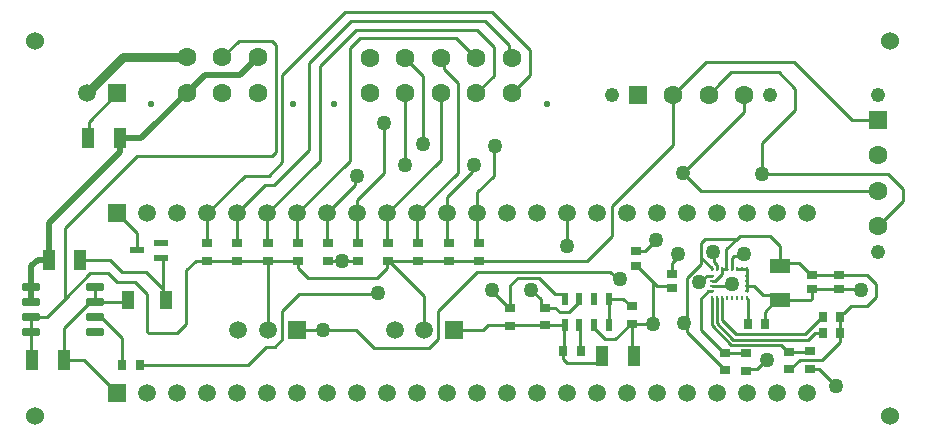
<source format=gtl>
G04*
G04 #@! TF.GenerationSoftware,Altium Limited,Altium Designer,21.6.4 (81)*
G04*
G04 Layer_Physical_Order=1*
G04 Layer_Color=255*
%FSLAX25Y25*%
%MOIN*%
G70*
G04*
G04 #@! TF.SameCoordinates,97392813-CCE2-4223-8130-4091A0700721*
G04*
G04*
G04 #@! TF.FilePolarity,Positive*
G04*
G01*
G75*
%ADD16R,0.03543X0.02756*%
%ADD17R,0.02362X0.04331*%
%ADD18R,0.00906X0.01378*%
%ADD19R,0.01378X0.00906*%
%ADD20R,0.03197X0.02985*%
%ADD21R,0.07165X0.04567*%
%ADD22R,0.03543X0.02953*%
G04:AMPARAMS|DCode=23|XSize=23.62mil|YSize=57.09mil|CornerRadius=2.01mil|HoleSize=0mil|Usage=FLASHONLY|Rotation=270.000|XOffset=0mil|YOffset=0mil|HoleType=Round|Shape=RoundedRectangle|*
%AMROUNDEDRECTD23*
21,1,0.02362,0.05307,0,0,270.0*
21,1,0.01961,0.05709,0,0,270.0*
1,1,0.00402,-0.02653,-0.00980*
1,1,0.00402,-0.02653,0.00980*
1,1,0.00402,0.02653,0.00980*
1,1,0.00402,0.02653,-0.00980*
%
%ADD23ROUNDEDRECTD23*%
%ADD24R,0.02756X0.03543*%
%ADD25R,0.04331X0.06693*%
%ADD26R,0.03937X0.05906*%
%ADD27R,0.04156X0.06528*%
%ADD28R,0.04528X0.02165*%
%ADD47C,0.02000*%
%ADD48C,0.01000*%
%ADD49C,0.03000*%
%ADD50C,0.06319*%
%ADD51C,0.02106*%
%ADD52R,0.06319X0.06319*%
%ADD53C,0.04842*%
%ADD54R,0.05906X0.05906*%
%ADD55C,0.05906*%
%ADD56C,0.06000*%
%ADD57R,0.06319X0.06319*%
%ADD58C,0.05000*%
D16*
X182500Y42595D02*
D03*
Y48500D02*
D03*
X171000Y48453D02*
D03*
Y42547D02*
D03*
X160500Y70000D02*
D03*
Y64095D02*
D03*
X150444Y70000D02*
D03*
Y64095D02*
D03*
X140389Y70000D02*
D03*
Y64095D02*
D03*
X130333Y70000D02*
D03*
Y64095D02*
D03*
X100167D02*
D03*
Y70000D02*
D03*
X90111Y64095D02*
D03*
Y70000D02*
D03*
X80056Y64095D02*
D03*
Y70000D02*
D03*
X70000Y64095D02*
D03*
Y70000D02*
D03*
X110222D02*
D03*
Y64095D02*
D03*
X249500Y27500D02*
D03*
Y33406D02*
D03*
X242500Y27595D02*
D03*
Y33500D02*
D03*
X120278Y64095D02*
D03*
Y70000D02*
D03*
X264000Y27905D02*
D03*
Y33811D02*
D03*
X271000Y28000D02*
D03*
Y33906D02*
D03*
X211500Y48953D02*
D03*
Y43047D02*
D03*
D17*
X203882Y51331D02*
D03*
Y42669D02*
D03*
X198961Y51331D02*
D03*
Y42669D02*
D03*
X194039D02*
D03*
Y51331D02*
D03*
X189118D02*
D03*
Y42669D02*
D03*
D18*
X238075Y51579D02*
D03*
X239768D02*
D03*
X241461D02*
D03*
X243154D02*
D03*
X244847D02*
D03*
X246539D02*
D03*
X248232D02*
D03*
X249925D02*
D03*
Y61421D02*
D03*
X248232D02*
D03*
X246539D02*
D03*
X244847D02*
D03*
X243154D02*
D03*
X241461D02*
D03*
X239768D02*
D03*
X238075D02*
D03*
D19*
Y53961D02*
D03*
Y55654D02*
D03*
Y57346D02*
D03*
X249925Y53961D02*
D03*
Y55654D02*
D03*
Y57346D02*
D03*
Y59039D02*
D03*
X238075D02*
D03*
D20*
X213000Y67469D02*
D03*
Y62532D02*
D03*
D21*
X261000Y50886D02*
D03*
Y62500D02*
D03*
D22*
X271500Y59500D02*
D03*
Y54776D02*
D03*
X280500Y59500D02*
D03*
Y54776D02*
D03*
X225000Y55138D02*
D03*
Y59862D02*
D03*
D23*
X32728Y40500D02*
D03*
Y45500D02*
D03*
Y50500D02*
D03*
Y55500D02*
D03*
X11272Y40500D02*
D03*
Y45500D02*
D03*
Y50500D02*
D03*
Y55500D02*
D03*
D24*
X41594Y29500D02*
D03*
X47500D02*
D03*
X188547Y34000D02*
D03*
X194453D02*
D03*
X256000Y43000D02*
D03*
X250095D02*
D03*
X281000Y40000D02*
D03*
X275095D02*
D03*
X281000Y45500D02*
D03*
X275095D02*
D03*
D25*
X11500Y31000D02*
D03*
X22130D02*
D03*
X41000Y105000D02*
D03*
X30370D02*
D03*
X212130Y32500D02*
D03*
X201500D02*
D03*
D26*
X56098Y51000D02*
D03*
X43500D02*
D03*
D27*
X27623Y64500D02*
D03*
X17377D02*
D03*
D28*
X54500Y65000D02*
D03*
Y70118D02*
D03*
X46626Y67559D02*
D03*
D47*
X48000Y105000D02*
X69095Y126094D01*
X41000Y105000D02*
X48000D01*
X41000Y100500D02*
Y105000D01*
X80905Y126094D02*
X86765Y131955D01*
X11272Y50500D02*
Y62272D01*
X13500Y64500D01*
X17377Y76877D02*
X41000Y100500D01*
X17377Y64500D02*
Y76877D01*
X13500Y64500D02*
X17377D01*
X69095Y126094D02*
X80905D01*
D48*
X90500Y92500D02*
X95000Y97000D01*
Y126000D02*
X116000Y147000D01*
X95000Y97000D02*
Y126000D01*
X91500Y137500D02*
X93000Y136000D01*
X91500Y99000D02*
X93000Y100500D01*
Y136000D01*
X75000Y132000D02*
X80500Y137500D01*
X86776Y132000D02*
X86811D01*
X86765Y131955D02*
Y131989D01*
X86776Y132000D01*
X236311Y130500D02*
X265500D01*
X284965Y111035D01*
X225311Y119500D02*
X236311Y130500D01*
X170606Y48453D02*
X171000D01*
X165000Y54059D02*
X170606Y48453D01*
X165000Y54059D02*
Y54500D01*
X171000Y56000D02*
X173500Y58500D01*
X171000Y48453D02*
Y56000D01*
X173500Y58500D02*
X180500D01*
X186004Y52996D01*
X189118Y51331D02*
Y52315D01*
X188437Y52996D02*
X189118Y52315D01*
X186004Y52996D02*
X188437D01*
X181228Y49378D02*
Y51272D01*
X182106Y48500D02*
X182500D01*
X181228Y49378D02*
X182106Y48500D01*
X178000Y54500D02*
X181228Y51272D01*
X186043Y48500D02*
X187543Y47000D01*
X190693D01*
X182500Y48500D02*
X186043D01*
X194039Y50346D02*
Y51331D01*
X190693Y47000D02*
X194039Y50346D01*
X234587Y87413D02*
X293500D01*
X228500Y93500D02*
X234587Y87413D01*
X297000Y93000D02*
X302000Y88000D01*
X255000Y93000D02*
X297000D01*
X302000Y84102D02*
Y88000D01*
X293500Y75602D02*
X302000Y84102D01*
X190000Y69000D02*
Y80000D01*
X126500Y53000D02*
X127000Y53500D01*
X100500Y53000D02*
X126500D01*
X95000Y47500D02*
X100500Y53000D01*
X92500Y35500D02*
X95000Y38000D01*
Y47500D01*
X89500Y35500D02*
X92500D01*
X83500Y29500D02*
X89500Y35500D01*
X120000Y84500D02*
X129000Y93500D01*
X120000Y70278D02*
Y84500D01*
X129000Y93500D02*
Y110000D01*
X119235Y89235D02*
Y91735D01*
X120000Y92500D01*
X110000Y80000D02*
X119235Y89235D01*
X244586Y127000D02*
X260500D01*
X240944Y123358D02*
X244586Y127000D01*
X260500D02*
X266000Y121500D01*
X255000Y103500D02*
X266000Y114500D01*
Y121500D01*
X237122Y119500D02*
X240944Y123322D01*
Y123358D01*
X255000Y93000D02*
Y103500D01*
X248758Y113758D02*
Y119325D01*
X248933Y119500D01*
X228500Y93500D02*
X248758Y113758D01*
X170000Y42669D02*
X172500D01*
X186500D02*
X189118D01*
X160000Y60500D02*
X204343D01*
X147000Y47500D02*
X160000Y60500D01*
X236961Y53961D02*
X238075D01*
X234500Y41106D02*
Y51500D01*
X236961Y53961D01*
X243071Y55654D02*
X243918Y56500D01*
X245000D01*
X238075Y55654D02*
X243071D01*
X234394Y57000D02*
X236434Y59039D01*
X238075D01*
X234000Y57000D02*
X234394D01*
X229000Y43500D02*
X229765Y44265D01*
Y45851D01*
X230000Y58500D02*
X234500Y63000D01*
X229765Y45851D02*
X230000Y46086D01*
Y58500D01*
X213106Y62532D02*
X218469Y57169D01*
X219795Y55842D01*
X218469Y43031D02*
Y57169D01*
X219795Y55842D02*
X224295D01*
X225000Y55138D01*
X213000Y62532D02*
X213106D01*
X215968Y67469D02*
X219500Y71000D01*
X213000Y67469D02*
X215968D01*
X271000Y28000D02*
X274000D01*
X279500Y22500D01*
X270792Y33858D02*
X270872Y33778D01*
X264047Y33858D02*
X270792D01*
X264000Y33811D02*
X264047Y33858D01*
X270872Y33778D02*
X271000Y33906D01*
X261314Y36103D02*
X263606Y33811D01*
X264000D01*
X244634Y36103D02*
X261314D01*
X253135Y28000D02*
X256135Y31000D01*
X249500Y28000D02*
X253135D01*
X249406Y33500D02*
X249500Y33406D01*
X242500Y33500D02*
X249406D01*
X234500Y41106D02*
X241653Y33953D01*
X238075Y42663D02*
X244634Y36103D01*
X238075Y42663D02*
Y51579D01*
X239768Y43232D02*
X245272Y37728D01*
X270151D01*
X239768Y43232D02*
Y51579D01*
X256135Y31000D02*
X256500D01*
X241461Y44539D02*
X246272Y39728D01*
X269323D01*
X273823Y44228D01*
X281000Y37000D02*
Y40000D01*
X275000Y31000D02*
X281000Y37000D01*
X267488Y31000D02*
X275000D01*
X264394Y27905D02*
X267488Y31000D01*
X264000Y27905D02*
X264394D01*
X281000Y40000D02*
Y45500D01*
Y45894D02*
X281878Y46772D01*
X282272D01*
X284500Y49000D02*
X290000D01*
X281000Y45500D02*
Y45894D01*
X282272Y46772D02*
X284500Y49000D01*
X290000D02*
X293000Y52000D01*
Y56500D01*
X290000Y59500D02*
X293000Y56500D01*
X280500Y59500D02*
X290000D01*
X280638Y54638D02*
X287862D01*
X288000Y54500D01*
X280500Y54776D02*
X280638Y54638D01*
X234500Y63000D02*
Y65000D01*
X225000Y63418D02*
X227000Y65418D01*
X225000Y59862D02*
Y63418D01*
X227000Y65418D02*
Y66500D01*
X43799Y51000D02*
Y51531D01*
X229765Y40435D02*
X242106Y28095D01*
X229000Y43500D02*
X229765Y42735D01*
X242106Y28095D02*
X242500D01*
X229765Y40435D02*
Y42735D01*
X47500Y29500D02*
X83500D01*
X205000Y82500D02*
X225311Y102811D01*
Y119500D01*
X205000Y72500D02*
Y82500D01*
X196595Y64095D02*
X205000Y72500D01*
X160500Y64095D02*
X196595D01*
X234500Y70000D02*
X236000Y71500D01*
X234500Y65000D02*
Y70000D01*
Y65000D02*
X234569Y65069D01*
X238075Y61563D01*
Y61421D02*
Y61563D01*
X204343Y60500D02*
X206843Y58000D01*
X207500D01*
X218314Y43186D02*
X218500Y43000D01*
X211639Y43186D02*
X218314D01*
X211500Y43047D02*
X211639Y43186D01*
X261000Y62500D02*
X262000Y63500D01*
X267205D02*
X271205Y59500D01*
X262000Y63500D02*
X267205D01*
X257500Y72500D02*
X261000Y69000D01*
Y62500D02*
Y69000D01*
X246500Y71500D02*
X247500Y72500D01*
X239126Y57394D02*
X241461Y59728D01*
Y61421D01*
X238122Y57394D02*
X239126D01*
X238075Y57346D02*
X238122Y57394D01*
X243000Y68000D02*
X246500Y71500D01*
X236000D02*
X246500D01*
X238753Y63596D02*
X239768Y62582D01*
X238500Y67000D02*
X238753Y66747D01*
X239768Y61421D02*
Y62582D01*
X238753Y63596D02*
Y66747D01*
X245516Y65735D02*
X248235D01*
X249000Y66500D01*
X244847Y65065D02*
X245516Y65735D01*
X244847Y61421D02*
Y65065D01*
X183000Y42669D02*
X186500D01*
X172500D02*
X180000D01*
X183000D01*
X190000Y30000D02*
X199835D01*
X188686Y31314D02*
X190000Y30000D01*
X201500Y31665D02*
Y32500D01*
X199835Y30000D02*
X201500Y31665D01*
X188686Y31314D02*
Y33861D01*
X188547Y34000D02*
X188686Y33861D01*
X163669Y42669D02*
X170000D01*
X188833Y33845D02*
Y42384D01*
X188594Y33606D02*
X188833Y33845D01*
Y42384D02*
X189118Y42669D01*
X162000Y41000D02*
X163669Y42669D01*
X152185Y41000D02*
X162000D01*
X147000Y38000D02*
Y47500D01*
X144000Y35000D02*
X147000Y38000D01*
X125500Y35000D02*
X144000D01*
X119500Y41000D02*
X125500Y35000D01*
X108500Y41000D02*
X119500D01*
X165500Y102000D02*
X166000Y102500D01*
X160000Y70500D02*
Y80000D01*
X165500Y92500D02*
Y102000D01*
X160000Y80000D02*
Y87000D01*
X165500Y92500D01*
X150000Y85500D02*
X158235Y93735D01*
Y95235D02*
X159000Y96000D01*
X150000Y70000D02*
Y85500D01*
X158235Y93735D02*
Y95235D01*
X136000Y96000D02*
Y120000D01*
X142000Y103000D02*
Y125811D01*
X136000Y131811D02*
X142000Y125811D01*
X165000Y147000D02*
X177500Y134500D01*
Y126067D02*
Y134500D01*
X171433Y120000D02*
X177500Y126067D01*
X104000Y130000D02*
X118000Y144000D01*
X92259Y89259D02*
X104000Y101000D01*
Y130000D01*
X70000Y80000D02*
X82500Y92500D01*
X90500D01*
X116000Y147000D02*
X165000D01*
X89259Y89259D02*
X92259D01*
X80000Y80000D02*
X89259Y89259D01*
X80000Y70056D02*
Y80000D01*
X118000Y144000D02*
X162500D01*
X170415Y136085D01*
Y132829D02*
Y136085D01*
Y132829D02*
X171433Y131811D01*
X107500Y97500D02*
Y129000D01*
X119500Y141000D01*
X90000Y80000D02*
X107500Y97500D01*
X117500Y135000D02*
X121000Y138500D01*
X117500Y97500D02*
Y135000D01*
X100000Y80000D02*
X117500Y97500D01*
X159622Y120622D02*
X160244D01*
X119500Y141000D02*
X160000D01*
X165500Y135500D01*
Y125878D02*
Y135500D01*
X160244Y120622D02*
X165500Y125878D01*
X159622Y120000D02*
Y120622D01*
X121000Y138500D02*
X152933D01*
X159622Y131811D01*
X148795Y128205D02*
X153500Y123500D01*
Y93500D02*
Y123500D01*
X140000Y80000D02*
X153500Y93500D01*
X148795Y128205D02*
Y130827D01*
X147811Y131811D02*
X148795Y130827D01*
X130000Y80000D02*
X147811Y97811D01*
Y120000D01*
X46500Y99000D02*
X91500D01*
X22500Y75000D02*
X46500Y99000D01*
X22500Y51500D02*
Y75000D01*
Y51500D02*
X31000Y60000D01*
X16500Y45500D02*
X22500Y51500D01*
X90158Y41000D02*
Y64048D01*
X100294Y61706D02*
Y64095D01*
X90111D02*
X90158Y64048D01*
X130727Y64095D02*
X140389D01*
X130727D02*
X142342Y52479D01*
X130333Y64095D02*
X130727D01*
X142342Y41000D02*
Y52479D01*
X160000Y70500D02*
X160500Y70000D01*
X150000D02*
X150444D01*
X140000Y70389D02*
Y80000D01*
Y70389D02*
X140389Y70000D01*
X130000Y70333D02*
Y80000D01*
Y70333D02*
X130333Y70000D01*
X120000Y70278D02*
X120278Y70000D01*
X110000Y70222D02*
Y80000D01*
Y70222D02*
X110222Y70000D01*
X100000Y70167D02*
Y80000D01*
Y70167D02*
X100167Y70000D01*
X90000Y70111D02*
Y80000D01*
Y70111D02*
X90111Y70000D01*
X80000Y70056D02*
X80056Y70000D01*
X70000D02*
Y80000D01*
X100000Y41000D02*
X108500D01*
X100167Y64095D02*
X100294D01*
X90111D02*
X100167D01*
X50586Y39946D02*
X59946D01*
X50000Y40532D02*
Y53000D01*
Y40532D02*
X50586Y39946D01*
X46000Y57000D02*
X50000Y53000D01*
X59946Y39946D02*
X63000Y43000D01*
Y61000D01*
X129802Y63564D02*
X130333Y64095D01*
X129802Y61802D02*
Y63564D01*
X103500Y58500D02*
X126500D01*
X129802Y61802D01*
X100294Y61706D02*
X103500Y58500D01*
X115047Y64047D02*
X120230D01*
X115000Y64000D02*
X115047Y64047D01*
X120230D02*
X120278Y64095D01*
X110269Y64047D02*
X114953D01*
X110222Y64095D02*
X110269Y64047D01*
X114953D02*
X115000Y64000D01*
X150444Y64095D02*
X160500D01*
X140389D02*
X150444D01*
X80056D02*
X90111D01*
X70000D02*
X80056D01*
X66094D02*
X70000D01*
X63000Y61000D02*
X66094Y64095D01*
X54657Y65000D02*
X55133Y64524D01*
Y54867D02*
Y64524D01*
X54500Y65000D02*
X54657D01*
X46626Y67559D02*
Y73374D01*
X40000Y80000D02*
X46626Y73374D01*
X27623Y64500D02*
X37500D01*
X49500Y60500D02*
X55133Y54867D01*
X37500Y64500D02*
X41500Y60500D01*
X49500D01*
X55133Y51965D02*
X56098Y51000D01*
X55133Y51965D02*
Y54867D01*
X29000Y31000D02*
X40000Y20000D01*
X22130Y31000D02*
X29000D01*
X11272Y31228D02*
Y40500D01*
Y45500D01*
Y31228D02*
X11500Y31000D01*
X11272Y45500D02*
X16500D01*
X22130Y31000D02*
Y41575D01*
X31055Y50500D01*
X32728D01*
Y55500D01*
Y45500D02*
X32776Y45453D01*
X32728Y45500D02*
X34402D01*
X32728Y50500D02*
X43000D01*
X34402Y45500D02*
X41594Y38307D01*
Y29500D02*
Y38307D01*
X42331Y53000D02*
X43799Y51531D01*
X43000Y50500D02*
X43500Y51000D01*
X31000Y60000D02*
X37000D01*
X40000Y57000D01*
X46000D01*
X284965Y111035D02*
X293500D01*
X272423Y40000D02*
X275095D01*
X270151Y37728D02*
X272423Y40000D01*
X274217Y44228D02*
X275095Y45106D01*
X273823Y44228D02*
X274217D01*
X275095Y45106D02*
Y45500D01*
X241461Y44539D02*
Y51579D01*
X247500Y72500D02*
X257500D01*
X243000Y61575D02*
X243154Y61421D01*
X243000Y61575D02*
Y68000D01*
X270886Y50886D02*
X271500Y51500D01*
X261000Y50886D02*
X270886D01*
X271500Y51500D02*
Y54776D01*
X280500D01*
X271500Y59500D02*
X280500D01*
X271205D02*
X271500D01*
X256000Y47185D02*
X259701Y50886D01*
X261000D01*
X256000Y43000D02*
Y47185D01*
X250095Y43000D02*
Y51410D01*
X252346Y55654D02*
X255331Y52669D01*
X249925Y55654D02*
X252346D01*
X259216Y52669D02*
X261000Y50886D01*
X255331Y52669D02*
X259216D01*
X242790Y61468D02*
X242861Y61540D01*
X241461Y61421D02*
X241508Y61468D01*
X242790D01*
X246539Y61421D02*
X248232D01*
X249925Y53961D02*
Y55654D01*
Y57346D01*
Y59039D01*
Y61421D01*
X248232D02*
X249925D01*
X211500Y33130D02*
X212130Y32500D01*
X211500Y33130D02*
Y43047D01*
X198961Y41685D02*
X202646Y38000D01*
X206059D02*
X211106Y43047D01*
X202646Y38000D02*
X206059D01*
X211106Y43047D02*
X211500D01*
X198961Y41685D02*
Y42669D01*
X211106Y48953D02*
X211500D01*
X203882Y51331D02*
X208728D01*
X211106Y48953D01*
X203882Y42669D02*
Y51331D01*
X194039Y42669D02*
X194270Y42439D01*
Y34230D02*
X194500Y34000D01*
X194270Y34230D02*
Y42439D01*
X80500Y137500D02*
X91500D01*
X30535Y105165D02*
Y110535D01*
X30370Y105000D02*
X30535Y105165D01*
Y110535D02*
X40000Y120000D01*
D49*
X42000Y132000D02*
X63189D01*
X30000Y120000D02*
X42000Y132000D01*
D50*
X63189D02*
D03*
X75000D02*
D03*
X86811D02*
D03*
X63189Y120189D02*
D03*
X75000D02*
D03*
X86811D02*
D03*
X293500Y99224D02*
D03*
Y87413D02*
D03*
Y75602D02*
D03*
X124189Y131811D02*
D03*
X136000D02*
D03*
X147811D02*
D03*
X159622D02*
D03*
X171433D02*
D03*
X124189Y120000D02*
D03*
X136000D02*
D03*
X147811D02*
D03*
X159622D02*
D03*
X171433D02*
D03*
X248933Y119500D02*
D03*
X237122D02*
D03*
X225311D02*
D03*
D51*
X51378Y116488D02*
D03*
X98622D02*
D03*
X183244Y116299D02*
D03*
X112378D02*
D03*
D52*
X293500Y111035D02*
D03*
D53*
Y119500D02*
D03*
Y67138D02*
D03*
X257398Y119500D02*
D03*
X205035D02*
D03*
D54*
X40000Y120000D02*
D03*
X152185Y41000D02*
D03*
X40000Y20000D02*
D03*
X100000Y41000D02*
D03*
X40000Y80000D02*
D03*
D55*
X30000Y120000D02*
D03*
X142342Y41000D02*
D03*
X132500D02*
D03*
X270000Y20000D02*
D03*
X260000D02*
D03*
X250000D02*
D03*
X240000D02*
D03*
X230000D02*
D03*
X220000D02*
D03*
X210000D02*
D03*
X200000D02*
D03*
X190000D02*
D03*
X180000D02*
D03*
X170000D02*
D03*
X160000D02*
D03*
X150000D02*
D03*
X140000D02*
D03*
X130000D02*
D03*
X120000D02*
D03*
X110000D02*
D03*
X100000D02*
D03*
X90000D02*
D03*
X80000D02*
D03*
X70000D02*
D03*
X60000D02*
D03*
X50000D02*
D03*
X80315Y41000D02*
D03*
X90158D02*
D03*
X50000Y80000D02*
D03*
X60000D02*
D03*
X70000D02*
D03*
X80000D02*
D03*
X90000D02*
D03*
X100000D02*
D03*
X110000D02*
D03*
X120000D02*
D03*
X130000D02*
D03*
X140000D02*
D03*
X150000D02*
D03*
X160000D02*
D03*
X170000D02*
D03*
X180000D02*
D03*
X190000D02*
D03*
X200000D02*
D03*
X210000D02*
D03*
X220000D02*
D03*
X230000D02*
D03*
X240000D02*
D03*
X250000D02*
D03*
X260000D02*
D03*
X270000D02*
D03*
D56*
X297500Y12500D02*
D03*
Y137500D02*
D03*
X12500D02*
D03*
Y12500D02*
D03*
D57*
X213500Y119500D02*
D03*
D58*
X178000Y54500D02*
D03*
X165000D02*
D03*
X127000Y53500D02*
D03*
X190000Y69000D02*
D03*
X129000Y110000D02*
D03*
X120000Y92500D02*
D03*
X255000Y93000D02*
D03*
X228500Y93500D02*
D03*
X245000Y56500D02*
D03*
X234000Y57000D02*
D03*
X219500Y71000D02*
D03*
X279500Y22500D02*
D03*
X256500Y31000D02*
D03*
X288000Y54500D02*
D03*
X229000Y43500D02*
D03*
X207500Y58000D02*
D03*
X218500Y43000D02*
D03*
X227000Y66500D02*
D03*
X238500Y67000D02*
D03*
X249000Y66500D02*
D03*
X166000Y102500D02*
D03*
X142000Y103000D02*
D03*
X159000Y96000D02*
D03*
X136000D02*
D03*
X108500Y41000D02*
D03*
X115000Y64000D02*
D03*
M02*

</source>
